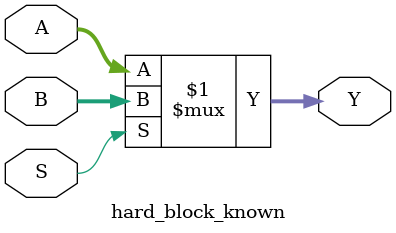
<source format=v>
module hard_block_known(A, B, S, Y);

  parameter WIDTH = 4;

  input [WIDTH-1:0] A, B;
  input S;
  output [WIDTH-1:0] Y;

  assign Y = S ? B : A;

endmodule

</source>
